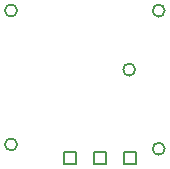
<source format=gbr>
G04*
G04 #@! TF.GenerationSoftware,Altium Limited,Altium Designer,24.1.2 (44)*
G04*
G04 Layer_Color=2752767*
%FSLAX44Y44*%
%MOMM*%
G71*
G04*
G04 #@! TF.SameCoordinates,A2382F87-94EC-413F-B423-03D83E9679FE*
G04*
G04*
G04 #@! TF.FilePolarity,Positive*
G04*
G01*
G75*
%ADD11C,0.1270*%
%ADD25C,0.1693*%
D11*
X94920Y19920D02*
Y30080D01*
X105080D01*
Y19920D01*
X94920D01*
X69520D02*
Y30080D01*
X79680D01*
Y19920D01*
X69520D01*
X120320D02*
Y30080D01*
X130480D01*
Y19920D01*
X120320D01*
D25*
X30080Y36685D02*
G03*
X30080Y36685I-5080J0D01*
G01*
X155080Y33012D02*
G03*
X155080Y33012I-5080J0D01*
G01*
Y150000D02*
G03*
X155080Y150000I-5080J0D01*
G01*
X30080D02*
G03*
X30080Y150000I-5080J0D01*
G01*
X130080Y100000D02*
G03*
X130080Y100000I-5080J0D01*
G01*
M02*

</source>
